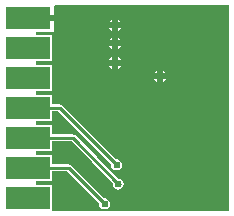
<source format=gbl>
G04 Layer_Physical_Order=2*
G04 Layer_Color=11436288*
%FSLAX25Y25*%
%MOIN*%
G70*
G01*
G75*
%ADD12R,0.15000X0.07600*%
%ADD14C,0.01000*%
%ADD18C,0.02400*%
G36*
X179337Y424163D02*
X120600D01*
Y432900D01*
X115000D01*
Y434100D01*
X120600D01*
Y437378D01*
X125535D01*
X136206Y426708D01*
X136165Y426500D01*
X136304Y425798D01*
X136702Y425202D01*
X137298Y424804D01*
X138000Y424665D01*
X138702Y424804D01*
X139298Y425202D01*
X139696Y425798D01*
X139835Y426500D01*
X139696Y427202D01*
X139298Y427798D01*
X138702Y428196D01*
X138000Y428335D01*
X137792Y428294D01*
X126793Y439293D01*
X126429Y439536D01*
X126000Y439622D01*
X126000Y439622D01*
X120600D01*
Y442900D01*
X115000D01*
Y444100D01*
X120600D01*
Y447378D01*
X127025D01*
X140712Y433235D01*
X140665Y433000D01*
X140804Y432298D01*
X141202Y431702D01*
X141798Y431304D01*
X142500Y431165D01*
X143202Y431304D01*
X143798Y431702D01*
X144196Y432298D01*
X144335Y433000D01*
X144196Y433702D01*
X143798Y434298D01*
X143202Y434696D01*
X142500Y434835D01*
X142319Y434799D01*
X128306Y449280D01*
X128298Y449285D01*
X128293Y449293D01*
X128119Y449410D01*
X127946Y449529D01*
X127937Y449531D01*
X127929Y449536D01*
X127724Y449577D01*
X127518Y449621D01*
X127509Y449620D01*
X127500Y449622D01*
X120600D01*
Y452900D01*
X115000D01*
Y454100D01*
X120600D01*
Y457378D01*
X122535D01*
X140206Y439708D01*
X140165Y439500D01*
X140304Y438798D01*
X140702Y438202D01*
X141298Y437804D01*
X142000Y437665D01*
X142702Y437804D01*
X143298Y438202D01*
X143696Y438798D01*
X143835Y439500D01*
X143696Y440202D01*
X143298Y440798D01*
X142702Y441196D01*
X142000Y441335D01*
X141792Y441294D01*
X123793Y459293D01*
X123429Y459536D01*
X123000Y459622D01*
X123000Y459622D01*
X120600D01*
Y462900D01*
X115000D01*
Y464100D01*
X120600D01*
Y472900D01*
X115000D01*
Y474100D01*
X120600D01*
Y482900D01*
X115000D01*
Y483700D01*
X121000D01*
Y487500D01*
X112500D01*
Y489500D01*
X121000D01*
Y492441D01*
X121417Y492837D01*
X179337D01*
Y424163D01*
D02*
G37*
%LPC*%
G36*
X140500Y472500D02*
X139522D01*
X139914Y471914D01*
X140500Y471522D01*
Y472500D01*
D02*
G37*
G36*
X143478D02*
X142500D01*
Y471522D01*
X143086Y471914D01*
X143478Y472500D01*
D02*
G37*
G36*
X140500Y475478D02*
X139914Y475086D01*
X139522Y474500D01*
X140500D01*
Y475478D01*
D02*
G37*
G36*
X157500Y470978D02*
Y470000D01*
X158478D01*
X158086Y470586D01*
X157500Y470978D01*
D02*
G37*
G36*
X155500Y468000D02*
X154522D01*
X154914Y467414D01*
X155500Y467022D01*
Y468000D01*
D02*
G37*
G36*
X158478D02*
X157500D01*
Y467022D01*
X158086Y467414D01*
X158478Y468000D01*
D02*
G37*
G36*
X155500Y470978D02*
X154914Y470586D01*
X154522Y470000D01*
X155500D01*
Y470978D01*
D02*
G37*
G36*
X142500Y475478D02*
Y474500D01*
X143478D01*
X143086Y475086D01*
X142500Y475478D01*
D02*
G37*
G36*
X143478Y485000D02*
X142500D01*
Y484022D01*
X143086Y484414D01*
X143478Y485000D01*
D02*
G37*
G36*
X140500D02*
X139522D01*
X139914Y484414D01*
X140500Y484022D01*
Y485000D01*
D02*
G37*
G36*
X142500Y487978D02*
Y487000D01*
X143478D01*
X143086Y487586D01*
X142500Y487978D01*
D02*
G37*
G36*
X140500D02*
X139914Y487586D01*
X139522Y487000D01*
X140500D01*
Y487978D01*
D02*
G37*
G36*
X143478Y479000D02*
X142500D01*
Y478022D01*
X143086Y478414D01*
X143478Y479000D01*
D02*
G37*
G36*
X140500D02*
X139522D01*
X139914Y478414D01*
X140500Y478022D01*
Y479000D01*
D02*
G37*
G36*
X142500Y481978D02*
Y481000D01*
X143478D01*
X143086Y481586D01*
X142500Y481978D01*
D02*
G37*
G36*
X140500D02*
X139914Y481586D01*
X139522Y481000D01*
X140500D01*
Y481978D01*
D02*
G37*
%LPD*%
D12*
X112500Y428500D02*
D03*
Y438500D02*
D03*
Y448500D02*
D03*
Y458500D02*
D03*
Y468500D02*
D03*
Y478500D02*
D03*
Y488500D02*
D03*
D14*
X142500Y433000D02*
X143000D01*
X127500Y448500D02*
X142500Y433000D01*
X126000Y438500D02*
X138000Y426500D01*
X112500Y438500D02*
X126000D01*
X123000Y458500D02*
X142000Y439500D01*
X112500Y448500D02*
X127500D01*
X112500Y458500D02*
X123000D01*
D18*
X156500Y469000D02*
D03*
X141500Y473500D02*
D03*
Y486000D02*
D03*
X138000Y426500D02*
D03*
X142500Y433000D02*
D03*
X142000Y439500D02*
D03*
X141500Y480000D02*
D03*
M02*

</source>
